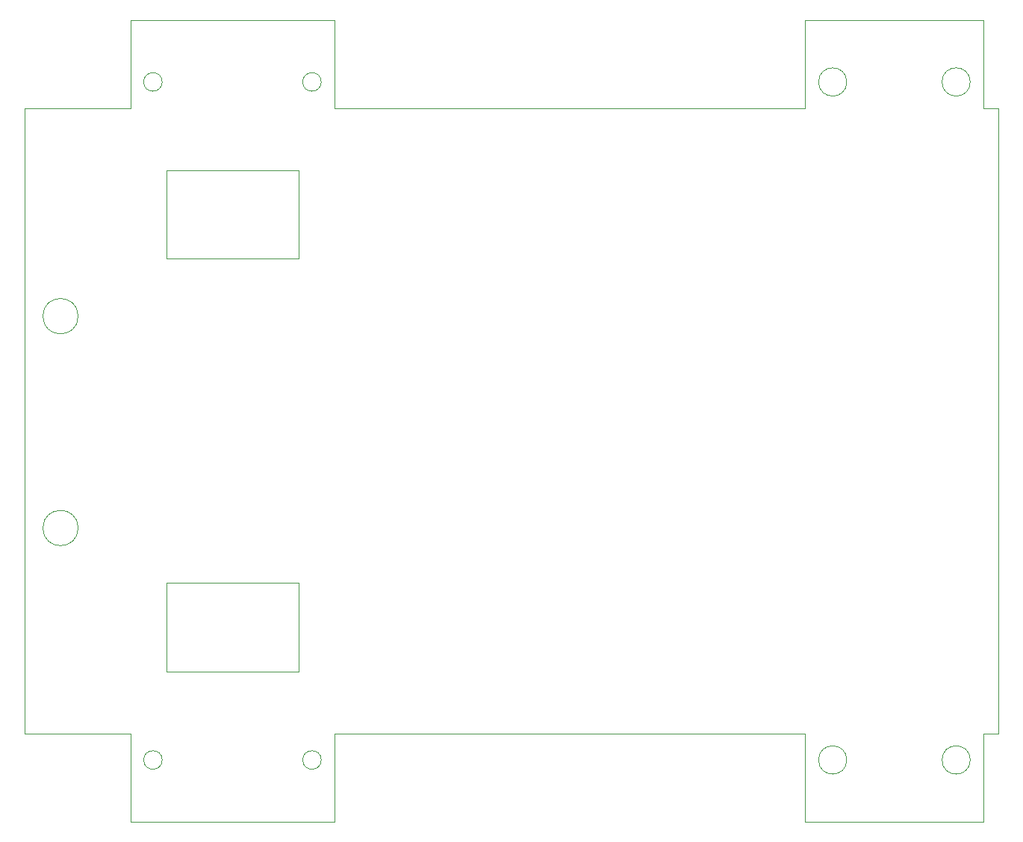
<source format=gbr>
%TF.GenerationSoftware,KiCad,Pcbnew,5.1.11-e4df9d881f~92~ubuntu20.04.1*%
%TF.CreationDate,2021-11-02T20:10:07+00:00*%
%TF.ProjectId,motorcontroller,6d6f746f-7263-46f6-9e74-726f6c6c6572,rev?*%
%TF.SameCoordinates,Original*%
%TF.FileFunction,Profile,NP*%
%FSLAX46Y46*%
G04 Gerber Fmt 4.6, Leading zero omitted, Abs format (unit mm)*
G04 Created by KiCad (PCBNEW 5.1.11-e4df9d881f~92~ubuntu20.04.1) date 2021-11-02 20:10:07*
%MOMM*%
%LPD*%
G01*
G04 APERTURE LIST*
%TA.AperFunction,Profile*%
%ADD10C,0.050000*%
%TD*%
G04 APERTURE END LIST*
D10*
X78771500Y-116586000D02*
G75*
G03*
X78771500Y-116586000I-2000000J0D01*
G01*
X78771500Y-92583000D02*
G75*
G03*
X78771500Y-92583000I-2000000J0D01*
G01*
X183134000Y-139875000D02*
X181423000Y-139875000D01*
X183134000Y-69040000D02*
X183134000Y-139875000D01*
X181423000Y-69040000D02*
X183134000Y-69040000D01*
X72699000Y-139875000D02*
X84699000Y-139875000D01*
X72699000Y-69040000D02*
X72699000Y-139875000D01*
X84699000Y-69040000D02*
X72699000Y-69040000D01*
X107833000Y-139875000D02*
X161223000Y-139875000D01*
X107833000Y-69040000D02*
X161223000Y-69040000D01*
X161223000Y-59040000D02*
X161223000Y-69040000D01*
X181423000Y-59040000D02*
X181423000Y-69040000D01*
X181423000Y-59040000D02*
X161223000Y-59040000D01*
X179923000Y-66040000D02*
G75*
G03*
X179923000Y-66040000I-1600000J0D01*
G01*
X165923000Y-66040000D02*
G75*
G03*
X165923000Y-66040000I-1600000J0D01*
G01*
X181423000Y-149875000D02*
X181423000Y-139875000D01*
X161223000Y-149875000D02*
X161223000Y-139875000D01*
X161223000Y-149875000D02*
X181423000Y-149875000D01*
X179923000Y-142875000D02*
G75*
G03*
X179923000Y-142875000I-1600000J0D01*
G01*
X165923000Y-142875000D02*
G75*
G03*
X165923000Y-142875000I-1600000J0D01*
G01*
X106333000Y-66040000D02*
G75*
G03*
X106333000Y-66040000I-1050000J0D01*
G01*
X107833000Y-59040000D02*
X84699000Y-59040000D01*
X88773000Y-76055000D02*
X88773000Y-86088000D01*
X107833000Y-59040000D02*
X107833000Y-69040000D01*
X103759000Y-76055000D02*
X88773000Y-76055000D01*
X103759000Y-86088000D02*
X103759000Y-76055000D01*
X84699000Y-59040000D02*
X84699000Y-69040000D01*
X88299000Y-66040000D02*
G75*
G03*
X88299000Y-66040000I-1050000J0D01*
G01*
X88773000Y-86088000D02*
X103759000Y-86088000D01*
X84699000Y-149875000D02*
X84699000Y-139875000D01*
X107833000Y-149875000D02*
X107833000Y-139875000D01*
X84699000Y-149875000D02*
X107833000Y-149875000D01*
X88299000Y-142875000D02*
G75*
G03*
X88299000Y-142875000I-1050000J0D01*
G01*
X106333000Y-142875000D02*
G75*
G03*
X106333000Y-142875000I-1050000J0D01*
G01*
X88773000Y-122827000D02*
X88773000Y-132860000D01*
X103759000Y-122827000D02*
X88773000Y-122827000D01*
X103759000Y-132860000D02*
X103759000Y-122827000D01*
X88773000Y-132860000D02*
X103759000Y-132860000D01*
M02*

</source>
